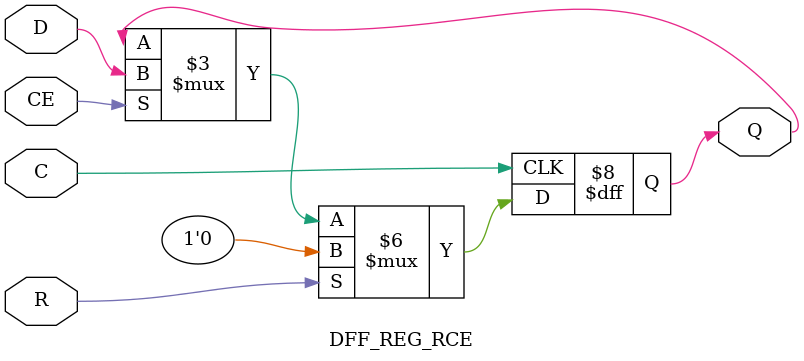
<source format=v>
/**
 * register library
 */

// signal naming convention adapted from http://www.ece.uah.edu/~milenka/cpe528-03S/lectures/HDLModels.pdf

/**
 * N-bit register
 */
module DFF_REG #(
  parameter N = 1,
  parameter INIT = {N{1'b0}}
) (
  input               C,  // clock input
  input [N-1:0]       D,  // data input
  output reg [N-1:0]  Q   // data output
);
  initial Q = INIT;
  always @(posedge C)
    Q <= D;
endmodule

/**
 * N-bit register with synchronous reset
 */
module DFF_REG_R #(
  parameter N = 1,
  parameter INIT = {N{1'b0}}
) (
  input               C,  // clock input
  input               R,  // synchronous reset input
  input [N-1:0]       D,  // data input
  output reg [N-1:0]  Q   // data output
);
  initial Q = INIT;
  always @(posedge C)
    if (R) Q <= INIT;
    else Q <= D;
endmodule

/**
 * N-bit register with synchronous reset and clock enable
 */
module DFF_REG_RCE #(
  parameter N = 1,
  parameter INIT = {N{1'b0}}
) (
  input               C,  // clock input
  input               R,  // synchronous reset input
  input               CE, // clock enable input
  input [N-1:0]       D,  // data input
  output reg [N-1:0]  Q   // data output
);
  initial Q = INIT;
  always @(posedge C)
    if (R) Q <= INIT;
    else if (CE) Q <= D;
endmodule

</source>
